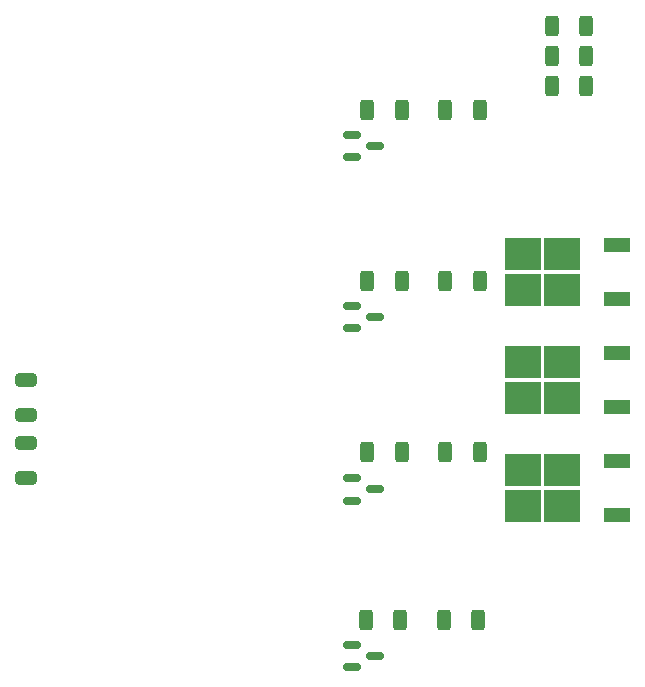
<source format=gbr>
%TF.GenerationSoftware,KiCad,Pcbnew,(6.0.5-0)*%
%TF.CreationDate,2022-09-01T07:50:41+02:00*%
%TF.ProjectId,tiny-fan,74696e79-2d66-4616-9e2e-6b696361645f,rev?*%
%TF.SameCoordinates,Original*%
%TF.FileFunction,Paste,Bot*%
%TF.FilePolarity,Positive*%
%FSLAX46Y46*%
G04 Gerber Fmt 4.6, Leading zero omitted, Abs format (unit mm)*
G04 Created by KiCad (PCBNEW (6.0.5-0)) date 2022-09-01 07:50:41*
%MOMM*%
%LPD*%
G01*
G04 APERTURE LIST*
G04 Aperture macros list*
%AMRoundRect*
0 Rectangle with rounded corners*
0 $1 Rounding radius*
0 $2 $3 $4 $5 $6 $7 $8 $9 X,Y pos of 4 corners*
0 Add a 4 corners polygon primitive as box body*
4,1,4,$2,$3,$4,$5,$6,$7,$8,$9,$2,$3,0*
0 Add four circle primitives for the rounded corners*
1,1,$1+$1,$2,$3*
1,1,$1+$1,$4,$5*
1,1,$1+$1,$6,$7*
1,1,$1+$1,$8,$9*
0 Add four rect primitives between the rounded corners*
20,1,$1+$1,$2,$3,$4,$5,0*
20,1,$1+$1,$4,$5,$6,$7,0*
20,1,$1+$1,$6,$7,$8,$9,0*
20,1,$1+$1,$8,$9,$2,$3,0*%
G04 Aperture macros list end*
%ADD10RoundRect,0.250000X0.312500X0.625000X-0.312500X0.625000X-0.312500X-0.625000X0.312500X-0.625000X0*%
%ADD11R,2.200000X1.200000*%
%ADD12R,3.050000X2.750000*%
%ADD13RoundRect,0.150000X-0.587500X-0.150000X0.587500X-0.150000X0.587500X0.150000X-0.587500X0.150000X0*%
%ADD14RoundRect,0.250000X-0.650000X0.325000X-0.650000X-0.325000X0.650000X-0.325000X0.650000X0.325000X0*%
%ADD15RoundRect,0.250000X0.650000X-0.325000X0.650000X0.325000X-0.650000X0.325000X-0.650000X-0.325000X0*%
G04 APERTURE END LIST*
D10*
%TO.C,R8*%
X52526500Y-66756000D03*
X49601500Y-66756000D03*
%TD*%
%TO.C,R17*%
X68248900Y-19050000D03*
X65323900Y-19050000D03*
%TD*%
D11*
%TO.C,Q8*%
X70875000Y-39618000D03*
X70875000Y-35058000D03*
D12*
X66250000Y-38863000D03*
X62900000Y-35813000D03*
X62900000Y-38863000D03*
X66250000Y-35813000D03*
%TD*%
D13*
%TO.C,Q3*%
X48465500Y-56676000D03*
X48465500Y-54776000D03*
X50340500Y-55726000D03*
%TD*%
D11*
%TO.C,Q10*%
X70875000Y-57906000D03*
X70875000Y-53346000D03*
D12*
X66250000Y-54101000D03*
X66250000Y-57151000D03*
X62900000Y-57151000D03*
X62900000Y-54101000D03*
%TD*%
D11*
%TO.C,Q9*%
X70875000Y-48762000D03*
X70875000Y-44202000D03*
D12*
X66250000Y-44957000D03*
X62900000Y-44957000D03*
X62900000Y-48007000D03*
X66250000Y-48007000D03*
%TD*%
D10*
%TO.C,R5*%
X59130500Y-66756000D03*
X56205500Y-66756000D03*
%TD*%
%TO.C,R1*%
X59262500Y-38054000D03*
X56337500Y-38054000D03*
%TD*%
D13*
%TO.C,Q4*%
X48465500Y-70773000D03*
X48465500Y-68873000D03*
X50340500Y-69823000D03*
%TD*%
D10*
%TO.C,R7*%
X52658500Y-52578000D03*
X49733500Y-52578000D03*
%TD*%
D13*
%TO.C,Q1*%
X48465500Y-27625000D03*
X48465500Y-25725000D03*
X50340500Y-26675000D03*
%TD*%
D10*
%TO.C,R4*%
X59262500Y-52578000D03*
X56337500Y-52578000D03*
%TD*%
%TO.C,R16*%
X68248900Y-21590000D03*
X65323900Y-21590000D03*
%TD*%
D14*
%TO.C,C1*%
X20828000Y-46482000D03*
X20828000Y-49432000D03*
%TD*%
D10*
%TO.C,R2*%
X59262500Y-23627000D03*
X56337500Y-23627000D03*
%TD*%
%TO.C,R15*%
X68248900Y-16510000D03*
X65323900Y-16510000D03*
%TD*%
D15*
%TO.C,C2*%
X20828000Y-54766000D03*
X20828000Y-51816000D03*
%TD*%
D10*
%TO.C,R6*%
X52658500Y-38054000D03*
X49733500Y-38054000D03*
%TD*%
%TO.C,R3*%
X52658500Y-23627000D03*
X49733500Y-23627000D03*
%TD*%
D13*
%TO.C,Q2*%
X48465500Y-42071000D03*
X48465500Y-40171000D03*
X50340500Y-41121000D03*
%TD*%
M02*

</source>
